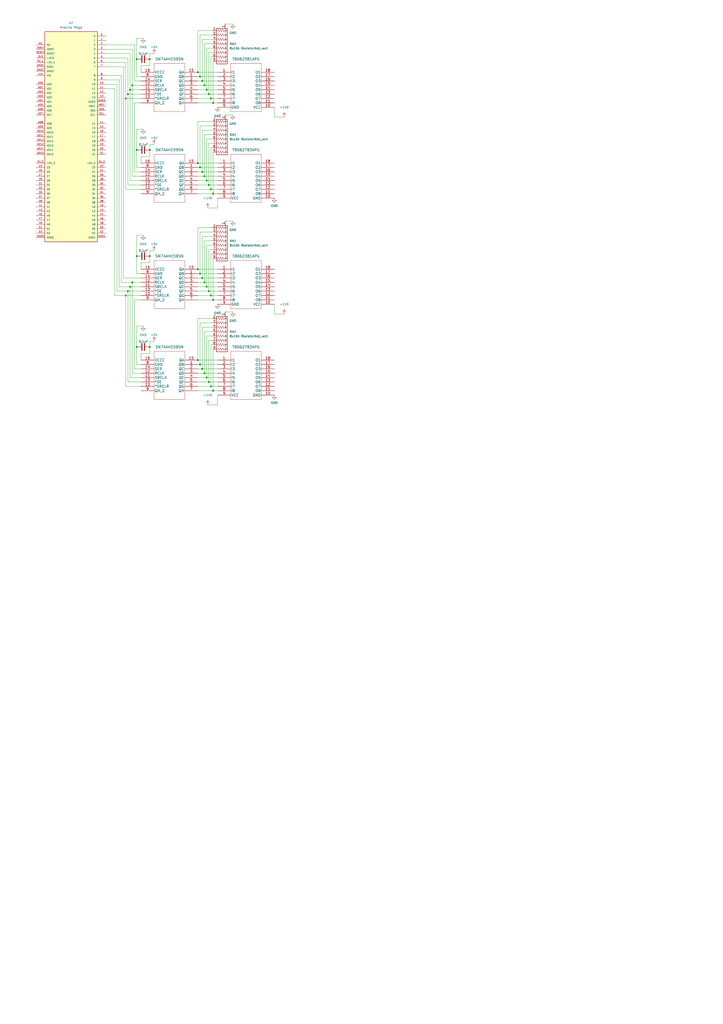
<source format=kicad_sch>
(kicad_sch (version 20211123) (generator eeschema)
  (paper "A2" portrait)
  (lib_symbols
    (symbol "Device:C" (pin_numbers hide) (pin_names (offset 0.254))
      (property "Reference" "C" (at 0.635 2.54 0))
      (property "Value" "C" (at 0.635 -2.54 0))
      (symbol "C_0_1"
        (polyline (pts (xy -2.032 -0.762) (xy 2.032 -0.762)) (stroke (width 0.508)))
        (polyline (pts (xy -2.032 0.762) (xy 2.032 0.762)) (stroke (width 0.508)))
      )
      (symbol "C_1_1"
        (pin passive line (at 0 3.81 270) (length 2.794) (name "~") (number "1"))
        (pin passive line (at 0 -3.81 90) (length 2.794) (name "~") (number "2"))
      )
    )
    (symbol "Luminator:+12V-24V" (power) (pin_names (offset 0))
      (property "Value" "+12V-24V" (at 0 3.556 0))
      (symbol "+12V-24V_0_1"
        (polyline (pts (xy -0.762 1.27) (xy 0 2.54)))
        (polyline (pts (xy 0 0) (xy 0 2.54)))
        (polyline (pts (xy 0 2.54) (xy 0.762 1.27)))
      )
      (symbol "+12V-24V_1_1"
        (pin power_in line (at 0 0 90) (length 0) hide (name "+1V0") (number "1"))
      )
    )
    (symbol "Luminator:8xResistorNet_vert" (pin_names (offset 0) hide)
      (property "Reference" "RN" (at 10.16 0.635 0))
      (property "Value" "8xResistorNet_vert" (at 17.78 -1.905 0))
      (symbol "8xResistorNet_vert_0_1"
        (polyline (pts (xy 6.985 1.27) (xy 7.366 0)))
        (polyline (pts (xy 7.366 0) (xy 7.366 -17.78)))
        (polyline (pts (xy 7.366 -17.78) (xy 6.604 -17.78) (xy 6.2484 -18.542) (xy 5.588 -17.018) (xy 4.9276 -18.542) (xy 4.2418 -17.018) (xy 3.556 -18.542) (xy 2.8956 -17.018) (xy 2.54 -17.78) (xy 1.27 -17.78)))
        (polyline (pts (xy 7.366 -15.24) (xy 6.604 -15.24) (xy 6.2484 -16.002) (xy 5.588 -14.478) (xy 4.9276 -16.002) (xy 4.2418 -14.478) (xy 3.556 -16.002) (xy 2.8956 -14.478) (xy 2.54 -15.24) (xy 1.27 -15.24)))
        (polyline (pts (xy 7.366 -12.7) (xy 6.604 -12.7) (xy 6.2484 -13.462) (xy 5.588 -11.938) (xy 4.9276 -13.462) (xy 4.2418 -11.938) (xy 3.556 -13.462) (xy 2.8956 -11.938) (xy 2.54 -12.7) (xy 1.27 -12.7)))
        (polyline (pts (xy 7.366 -10.16) (xy 6.604 -10.16) (xy 6.2484 -10.922) (xy 5.588 -9.398) (xy 4.9276 -10.922) (xy 4.2418 -9.398) (xy 3.556 -10.922) (xy 2.8956 -9.398) (xy 2.54 -10.16) (xy 1.27 -10.16)))
        (polyline (pts (xy 7.366 -7.62) (xy 6.604 -7.62) (xy 6.2484 -8.382) (xy 5.588 -6.858) (xy 4.9276 -8.382) (xy 4.2418 -6.858) (xy 3.556 -8.382) (xy 2.8956 -6.858) (xy 2.54 -7.62) (xy 1.27 -7.62)))
        (polyline (pts (xy 7.366 -5.08) (xy 6.604 -5.08) (xy 6.2484 -5.842) (xy 5.588 -4.318) (xy 4.9276 -5.842) (xy 4.2418 -4.318) (xy 3.556 -5.842) (xy 2.8956 -4.318) (xy 2.54 -5.08) (xy 1.27 -5.08)))
        (polyline (pts (xy 7.366 -2.54) (xy 6.604 -2.54) (xy 6.2484 -3.302) (xy 5.588 -1.778) (xy 4.9276 -3.302) (xy 4.2418 -1.778) (xy 3.556 -3.302) (xy 2.8956 -1.778) (xy 2.54 -2.54) (xy 1.27 -2.54)))
        (polyline (pts (xy 7.366 0) (xy 6.604 0) (xy 6.2484 -0.762) (xy 5.588 0.762) (xy 4.9276 -0.762) (xy 4.2418 0.762) (xy 3.556 -0.762) (xy 2.8956 0.762) (xy 2.54 0) (xy 1.27 0)))
        (rectangle (start 1.905 1.27) (end 8.255 -19.304) (stroke (width 0.254)))
        (circle (center 7.366 -17.78) (radius 0.254) (fill (type outline)))
        (circle (center 7.366 -15.24) (radius 0.254) (fill (type outline)))
        (circle (center 7.366 -12.7) (radius 0.254) (fill (type outline)))
        (circle (center 7.366 -10.16) (radius 0.254) (fill (type outline)))
        (circle (center 7.366 -7.62) (radius 0.254) (fill (type outline)))
        (circle (center 7.366 -5.08) (radius 0.254) (fill (type outline)))
        (circle (center 7.366 -2.54) (radius 0.254) (fill (type outline)))
        (circle (center 7.366 0) (radius 0.254) (fill (type outline)))
      )
      (symbol "8xResistorNet_vert_1_1"
        (pin passive line (at 6.985 3.81 270) (length 2.54) (name "common") (number "1"))
        (pin passive line (at 0 0 0) (length 1.27) (name "R1") (number "2"))
        (pin passive line (at 0 -2.54 0) (length 1.27) (name "R2") (number "3"))
        (pin passive line (at 0 -5.08 0) (length 1.27) (name "R3") (number "4"))
        (pin passive line (at 0 -7.62 0) (length 1.27) (name "R4") (number "5"))
        (pin passive line (at 0 -10.16 0) (length 1.27) (name "R5") (number "6"))
        (pin passive line (at 0 -12.7 0) (length 1.27) (name "R6") (number "7"))
        (pin passive line (at 0 -15.24 0) (length 1.27) (name "R7") (number "8"))
        (pin passive line (at 0 -17.78 0) (length 1.27) (name "R8") (number "9"))
      )
    )
    (symbol "Luminator:Arduino Mega" (pin_names (offset 1.016))
      (property "Reference" "A" (at -15.24 61.595 0))
      (property "Value" "Arduino Mega" (at -15.24 -63.5 0))
      (symbol "Arduino Mega_0_0"
        (rectangle (start 15.24 -60.96) (end -15.24 60.96) (stroke (width 0.254)) (fill (type background)))
        (pin passive line (at 20.32 58.42 180) (length 5.08) (name "0") (number "0"))
        (pin passive line (at 20.32 55.88 180) (length 5.08) (name "1") (number "1"))
        (pin passive line (at 20.32 30.48 180) (length 5.08) (name "10") (number "10"))
        (pin passive line (at 20.32 27.94 180) (length 5.08) (name "11") (number "11"))
        (pin passive line (at 20.32 25.4 180) (length 5.08) (name "12") (number "12"))
        (pin passive line (at 20.32 22.86 180) (length 5.08) (name "13") (number "13"))
        (pin passive line (at 20.32 7.62 180) (length 5.08) (name "14") (number "14"))
        (pin passive line (at 20.32 5.08 180) (length 5.08) (name "15") (number "15"))
        (pin passive line (at 20.32 2.54 180) (length 5.08) (name "16") (number "16"))
        (pin passive line (at 20.32 0 180) (length 5.08) (name "17") (number "17"))
        (pin passive line (at 20.32 -2.54 180) (length 5.08) (name "18") (number "18"))
        (pin passive line (at 20.32 -5.08 180) (length 5.08) (name "19") (number "19"))
        (pin passive line (at 20.32 53.34 180) (length 5.08) (name "2") (number "2"))
        (pin passive line (at 20.32 -7.62 180) (length 5.08) (name "20") (number "20"))
        (pin passive line (at 20.32 -10.16 180) (length 5.08) (name "21") (number "21"))
        (pin passive line (at 20.32 -17.78 180) (length 5.08) (name "22") (number "22"))
        (pin passive line (at -20.32 -17.78 0) (length 5.08) (name "23") (number "23"))
        (pin passive line (at 20.32 -20.32 180) (length 5.08) (name "24") (number "24"))
        (pin passive line (at -20.32 -20.32 0) (length 5.08) (name "25") (number "25"))
        (pin passive line (at 20.32 -22.86 180) (length 5.08) (name "26") (number "26"))
        (pin passive line (at -20.32 -22.86 0) (length 5.08) (name "27") (number "27"))
        (pin passive line (at 20.32 -25.4 180) (length 5.08) (name "28") (number "28"))
        (pin passive line (at -20.32 -25.4 0) (length 5.08) (name "29") (number "29"))
        (pin passive line (at 20.32 50.8 180) (length 5.08) (name "3") (number "3"))
        (pin passive line (at 20.32 -27.94 180) (length 5.08) (name "30") (number "30"))
        (pin passive line (at -20.32 -27.94 0) (length 5.08) (name "31") (number "31"))
        (pin passive line (at 20.32 -30.48 180) (length 5.08) (name "32") (number "32"))
        (pin passive line (at -20.32 -30.48 0) (length 5.08) (name "33") (number "33"))
        (pin passive line (at 20.32 -33.02 180) (length 5.08) (name "34") (number "34"))
        (pin passive line (at -20.32 -33.02 0) (length 5.08) (name "35") (number "35"))
        (pin passive line (at 20.32 -35.56 180) (length 5.08) (name "36") (number "36"))
        (pin passive line (at -20.32 -35.56 0) (length 5.08) (name "37") (number "37"))
        (pin passive line (at 20.32 -38.1 180) (length 5.08) (name "38") (number "38"))
        (pin passive line (at -20.32 -38.1 0) (length 5.08) (name "39") (number "39"))
        (pin passive line (at -20.32 45.72 0) (length 5.08) (name "+3V3") (number "3V3"))
        (pin passive line (at 20.32 48.26 180) (length 5.08) (name "4") (number "4"))
        (pin passive line (at 20.32 -40.64 180) (length 5.08) (name "40") (number "40"))
        (pin passive line (at -20.32 -40.64 0) (length 5.08) (name "41") (number "41"))
        (pin passive line (at 20.32 -43.18 180) (length 5.08) (name "42") (number "42"))
        (pin passive line (at -20.32 -43.18 0) (length 5.08) (name "43") (number "43"))
        (pin passive line (at 20.32 -45.72 180) (length 5.08) (name "44") (number "44"))
        (pin passive line (at -20.32 -45.72 0) (length 5.08) (name "45") (number "45"))
        (pin passive line (at 20.32 -48.26 180) (length 5.08) (name "46") (number "46"))
        (pin passive line (at -20.32 -48.26 0) (length 5.08) (name "47") (number "47"))
        (pin passive line (at 20.32 -50.8 180) (length 5.08) (name "48") (number "48"))
        (pin passive line (at -20.32 -50.8 0) (length 5.08) (name "49") (number "49"))
        (pin passive line (at 20.32 45.72 180) (length 5.08) (name "5") (number "5"))
        (pin passive line (at 20.32 -53.34 180) (length 5.08) (name "50") (number "50"))
        (pin passive line (at -20.32 -53.34 0) (length 5.08) (name "51") (number "51"))
        (pin passive line (at 20.32 -55.88 180) (length 5.08) (name "52") (number "52"))
        (pin passive line (at -20.32 -55.88 0) (length 5.08) (name "53") (number "53"))
        (pin passive line (at -20.32 43.18 0) (length 5.08) (name "+5V_1") (number "5V_1"))
        (pin passive line (at 20.32 -15.24 180) (length 5.08) (name "+5V_2") (number "5V_2"))
        (pin passive line (at -20.32 -15.24 0) (length 5.08) (name "+5V_3") (number "5V_3"))
        (pin passive line (at 20.32 43.18 180) (length 5.08) (name "6") (number "6"))
        (pin passive line (at 20.32 40.64 180) (length 5.08) (name "7") (number "7"))
        (pin passive line (at 20.32 35.56 180) (length 5.08) (name "8") (number "8"))
        (pin passive line (at 20.32 33.02 180) (length 5.08) (name "9") (number "9"))
        (pin passive line (at -20.32 30.48 0) (length 5.08) (name "AD0") (number "AD0"))
        (pin passive line (at -20.32 27.94 0) (length 5.08) (name "AD1") (number "AD1"))
        (pin passive line (at -20.32 2.54 0) (length 5.08) (name "AD10") (number "AD10"))
        (pin passive line (at -20.32 0 0) (length 5.08) (name "AD11") (number "AD11"))
        (pin passive line (at -20.32 -2.54 0) (length 5.08) (name "AD12") (number "AD12"))
        (pin passive line (at -20.32 -5.08 0) (length 5.08) (name "AD13") (number "AD13"))
        (pin passive line (at -20.32 -7.62 0) (length 5.08) (name "AD14") (number "AD14"))
        (pin passive line (at -20.32 -10.16 0) (length 5.08) (name "AD15") (number "AD15"))
        (pin passive line (at -20.32 25.4 0) (length 5.08) (name "AD2") (number "AD2"))
        (pin passive line (at -20.32 22.86 0) (length 5.08) (name "AD3") (number "AD3"))
        (pin passive line (at -20.32 20.32 0) (length 5.08) (name "AD4") (number "AD4"))
        (pin passive line (at -20.32 17.78 0) (length 5.08) (name "AD5") (number "AD5"))
        (pin passive line (at -20.32 15.24 0) (length 5.08) (name "AD6") (number "AD6"))
        (pin passive line (at -20.32 12.7 0) (length 5.08) (name "AD7") (number "AD7"))
        (pin passive line (at -20.32 7.62 0) (length 5.08) (name "AD8") (number "AD8"))
        (pin passive line (at -20.32 5.08 0) (length 5.08) (name "AD9") (number "AD9"))
        (pin passive line (at 20.32 17.78 180) (length 5.08) (name "AREF") (number "AREF"))
        (pin passive line (at -20.32 40.64 0) (length 5.08) (name "GND1") (number "GND1"))
        (pin passive line (at -20.32 38.1 0) (length 5.08) (name "GND2") (number "GND2"))
        (pin passive line (at 20.32 20.32 180) (length 5.08) (name "GND3") (number "GND3"))
        (pin passive line (at 20.32 -58.42 180) (length 5.08) (name "GND4") (number "GND4"))
        (pin passive line (at -20.32 -58.42 0) (length 5.08) (name "GND5") (number "GND5"))
        (pin passive line (at -20.32 50.8 0) (length 5.08) (name "IOREF") (number "IOREF"))
        (pin passive line (at -20.32 53.34 0) (length 5.08) (name "NC") (number "NC"))
        (pin passive line (at -20.32 48.26 0) (length 5.08) (name "RESET") (number "RESET"))
        (pin passive line (at 20.32 12.7 180) (length 5.08) (name "SCL") (number "SCL"))
        (pin passive line (at 20.32 15.24 180) (length 5.08) (name "SDA") (number "SDA"))
        (pin passive line (at -20.32 35.56 0) (length 5.08) (name "VIN") (number "VIN"))
      )
    )
    (symbol "Luminator:SN74AHC595N" (pin_names (offset 0.254))
      (property "Value" "SN74AHC595N" (at 31.75 2.54 0))
      (symbol "SN74AHC595N_1_1"
        (polyline (pts (xy 22.86 -22.86) (xy 22.86 5.08)) (stroke (width 0.127)))
        (polyline (pts (xy 22.86 5.08) (xy 40.64 5.08)) (stroke (width 0.127)))
        (polyline (pts (xy 40.64 -22.86) (xy 22.86 -22.86)) (stroke (width 0.127)))
        (polyline (pts (xy 40.64 5.08) (xy 40.64 -22.86)) (stroke (width 0.127)))
        (pin output line (at 48.26 -2.54 180) (length 7.62) (name "QB") (number "1"))
        (pin input line (at 15.24 -15.24 0) (length 7.62) (name "*SRCLR") (number "10"))
        (pin input line (at 15.24 -10.16 0) (length 7.62) (name "SRCLK") (number "11"))
        (pin input line (at 15.24 -7.62 0) (length 7.62) (name "RCLK") (number "12"))
        (pin input line (at 15.24 -12.7 0) (length 7.62) (name "*OE") (number "13"))
        (pin input line (at 15.24 -5.08 0) (length 7.62) (name "SER") (number "14"))
        (pin output line (at 48.26 0 180) (length 7.62) (name "QA") (number "15"))
        (pin power_in line (at 15.24 0 0) (length 7.62) (name "VCCC") (number "16"))
        (pin output line (at 48.26 -5.08 180) (length 7.62) (name "QC") (number "2"))
        (pin output line (at 48.26 -7.62 180) (length 7.62) (name "QD") (number "3"))
        (pin output line (at 48.26 -10.16 180) (length 7.62) (name "QE") (number "4"))
        (pin output line (at 48.26 -12.7 180) (length 7.62) (name "QF") (number "5"))
        (pin output line (at 48.26 -15.24 180) (length 7.62) (name "QG") (number "6"))
        (pin output line (at 48.26 -17.78 180) (length 7.62) (name "QH") (number "7"))
        (pin power_in line (at 15.24 -2.54 0) (length 7.62) (name "GND") (number "8"))
        (pin output line (at 15.24 -17.78 0) (length 7.62) (name "QH_2") (number "9"))
      )
    )
    (symbol "Luminator:TBD62381APG" (pin_names (offset 0.254))
      (property "Value" "TBD62381APG" (at 16.51 2.54 0))
      (symbol "TBD62381APG_1_1"
        (polyline (pts (xy 7.62 -22.86) (xy 25.4 -22.86)) (stroke (width 0.127)))
        (polyline (pts (xy 7.62 5.08) (xy 7.62 -22.86)) (stroke (width 0.127)))
        (polyline (pts (xy 25.4 -22.86) (xy 25.4 5.08)) (stroke (width 0.127)))
        (polyline (pts (xy 25.4 5.08) (xy 7.62 5.08)) (stroke (width 0.127)))
        (pin input line (at 0 0 0) (length 7.62) (name "I1") (number "1"))
        (pin power_in line (at 33.02 -20.32 180) (length 7.62) (name "VCC") (number "10"))
        (pin output line (at 33.02 -17.78 180) (length 7.62) (name "O8") (number "11"))
        (pin output line (at 33.02 -15.24 180) (length 7.62) (name "O7") (number "12"))
        (pin output line (at 33.02 -12.7 180) (length 7.62) (name "O6") (number "13"))
        (pin output line (at 33.02 -10.16 180) (length 7.62) (name "O5") (number "14"))
        (pin output line (at 33.02 -7.62 180) (length 7.62) (name "O4") (number "15"))
        (pin output line (at 33.02 -5.08 180) (length 7.62) (name "O3") (number "16"))
        (pin output line (at 33.02 -2.54 180) (length 7.62) (name "O2") (number "17"))
        (pin output line (at 33.02 0 180) (length 7.62) (name "O1") (number "18"))
        (pin input line (at 0 -2.54 0) (length 7.62) (name "I2") (number "2"))
        (pin input line (at 0 -5.08 0) (length 7.62) (name "I3") (number "3"))
        (pin input line (at 0 -7.62 0) (length 7.62) (name "I4") (number "4"))
        (pin input line (at 0 -10.16 0) (length 7.62) (name "I5") (number "5"))
        (pin input line (at 0 -12.7 0) (length 7.62) (name "I6") (number "6"))
        (pin input line (at 0 -15.24 0) (length 7.62) (name "I7") (number "7"))
        (pin input line (at 0 -17.78 0) (length 7.62) (name "I8") (number "8"))
        (pin power_in line (at 0 -20.32 0) (length 7.62) (name "GND") (number "9"))
      )
    )
    (symbol "Luminator:TBD62783APG" (pin_names (offset 0.254))
      (property "Value" "TBD62783APG" (at 16.51 2.54 0))
      (symbol "TBD62783APG_1_1"
        (polyline (pts (xy 7.62 -22.86) (xy 25.4 -22.86)) (stroke (width 0.127)))
        (polyline (pts (xy 7.62 5.08) (xy 7.62 -22.86)) (stroke (width 0.127)))
        (polyline (pts (xy 25.4 -22.86) (xy 25.4 5.08)) (stroke (width 0.127)))
        (polyline (pts (xy 25.4 5.08) (xy 7.62 5.08)) (stroke (width 0.127)))
        (pin input line (at 0 0 0) (length 7.62) (name "I1") (number "1"))
        (pin power_in line (at 33.02 -20.32 180) (length 7.62) (name "GND") (number "10"))
        (pin output line (at 33.02 -17.78 180) (length 7.62) (name "O8") (number "11"))
        (pin output line (at 33.02 -15.24 180) (length 7.62) (name "O7") (number "12"))
        (pin output line (at 33.02 -12.7 180) (length 7.62) (name "O6") (number "13"))
        (pin output line (at 33.02 -10.16 180) (length 7.62) (name "O5") (number "14"))
        (pin output line (at 33.02 -7.62 180) (length 7.62) (name "O4") (number "15"))
        (pin output line (at 33.02 -5.08 180) (length 7.62) (name "O3") (number "16"))
        (pin output line (at 33.02 -2.54 180) (length 7.62) (name "O2") (number "17"))
        (pin output line (at 33.02 0 180) (length 7.62) (name "O1") (number "18"))
        (pin input line (at 0 -2.54 0) (length 7.62) (name "I2") (number "2"))
        (pin input line (at 0 -5.08 0) (length 7.62) (name "I3") (number "3"))
        (pin input line (at 0 -7.62 0) (length 7.62) (name "I4") (number "4"))
        (pin input line (at 0 -10.16 0) (length 7.62) (name "I5") (number "5"))
        (pin input line (at 0 -12.7 0) (length 7.62) (name "I6") (number "6"))
        (pin input line (at 0 -15.24 0) (length 7.62) (name "I7") (number "7"))
        (pin input line (at 0 -17.78 0) (length 7.62) (name "I8") (number "8"))
        (pin power_in line (at 0 -20.32 0) (length 7.62) (name "VCC") (number "9"))
      )
    )
    (symbol "power:+5V" (power) (pin_names (offset 0))
      (property "Value" "+5V" (at 0 3.556 0))
      (symbol "+5V_0_1"
        (polyline (pts (xy -0.762 1.27) (xy 0 2.54)))
        (polyline (pts (xy 0 0) (xy 0 2.54)))
        (polyline (pts (xy 0 2.54) (xy 0.762 1.27)))
      )
      (symbol "+5V_1_1"
        (pin power_in line (at 0 0 90) (length 0) hide (name "+5V") (number "1"))
      )
    )
    (symbol "power:GND" (power) (pin_names (offset 0))
      (property "Value" "GND" (at 0 -3.81 0))
      (symbol "GND_0_1"
        (polyline (pts (xy 0 0) (xy 0 -1.27) (xy 1.27 -1.27) (xy 0 -2.54) (xy -1.27 -1.27) (xy 0 -1.27)))
      )
      (symbol "GND_1_1"
        (pin power_in line (at 0 0 270) (length 0) hide (name "GND") (number "1"))
      )
    )
  )
  (junction (at 114.935 94.615))
  (junction (at 122.555 224.155))
  (junction (at 76.835 49.53))
  (junction (at 122.555 109.855))
  (junction (at 123.825 112.395))
  (junction (at 120.015 166.37))
  (junction (at 79.375 86.995))
  (junction (at 116.205 211.455))
  (junction (at 117.475 213.995))
  (junction (at 120.015 104.775))
  (junction (at 114.935 41.91))
  (junction (at 118.745 216.535))
  (junction (at 118.745 102.235))
  (junction (at 76.835 163.83))
  (junction (at 79.375 34.29))
  (junction (at 75.565 52.07))
  (junction (at 114.935 156.21))
  (junction (at 74.295 54.61))
  (junction (at 114.935 208.915))
  (junction (at 86.995 148.59))
  (junction (at 79.375 148.59))
  (junction (at 86.995 201.295))
  (junction (at 118.745 49.53))
  (junction (at 73.025 57.15))
  (junction (at 73.025 171.45))
  (junction (at 121.285 168.91))
  (junction (at 116.205 44.45))
  (junction (at 122.555 57.15))
  (junction (at 120.015 219.075))
  (junction (at 75.565 166.37))
  (junction (at 116.205 158.75))
  (junction (at 79.375 201.295))
  (junction (at 122.555 171.45))
  (junction (at 117.475 99.695))
  (junction (at 86.995 86.995))
  (junction (at 123.825 59.69))
  (junction (at 123.825 173.99))
  (junction (at 123.825 226.695))
  (junction (at 117.475 46.99))
  (junction (at 120.015 52.07))
  (junction (at 116.205 97.155))
  (junction (at 86.995 34.29))
  (junction (at 121.285 54.61))
  (junction (at 118.745 163.83))
  (junction (at 121.285 221.615))
  (junction (at 121.285 107.315))
  (junction (at 117.475 161.29))
  (junction (at 74.295 168.91))
  (wire (pts (xy 118.745 163.83) (xy 126.365 163.83)))
  (wire (pts (xy 114.935 94.615) (xy 114.935 70.485)))
  (wire (pts (xy 86.995 86.995) (xy 86.995 83.82)))
  (wire (pts (xy 126.365 234.95) (xy 126.365 229.235)))
  (wire (pts (xy 114.935 41.91) (xy 114.935 17.78)))
  (wire (pts (xy 86.995 83.82) (xy 89.535 83.82)))
  (wire (pts (xy 74.295 107.315) (xy 81.915 107.315)))
  (wire (pts (xy 118.745 216.535) (xy 118.745 192.405)))
  (wire (pts (xy 114.935 166.37) (xy 120.015 166.37)))
  (wire (pts (xy 81.915 211.455) (xy 79.375 211.455)))
  (wire (pts (xy 120.015 104.775) (xy 120.015 80.645)))
  (wire (pts (xy 83.185 189.23) (xy 79.375 189.23)))
  (wire (pts (xy 120.015 142.24) (xy 123.825 142.24)))
  (wire (pts (xy 117.475 99.695) (xy 126.365 99.695)))
  (wire (pts (xy 81.915 38.1) (xy 86.995 38.1)))
  (wire (pts (xy 117.475 161.29) (xy 126.365 161.29)))
  (wire (pts (xy 79.375 136.525) (xy 79.375 148.59)))
  (wire (pts (xy 61.595 43.815) (xy 70.485 43.815)))
  (wire (pts (xy 114.935 158.75) (xy 116.205 158.75)))
  (wire (pts (xy 61.595 36.195) (xy 73.025 36.195)))
  (wire (pts (xy 114.935 104.775) (xy 120.015 104.775)))
  (wire (pts (xy 120.015 27.94) (xy 123.825 27.94)))
  (wire (pts (xy 114.935 41.91) (xy 126.365 41.91)))
  (wire (pts (xy 114.935 94.615) (xy 126.365 94.615)))
  (wire (pts (xy 120.65 234.95) (xy 126.365 234.95)))
  (wire (pts (xy 123.825 88.265) (xy 123.825 112.395)))
  (wire (pts (xy 74.295 168.91) (xy 74.295 221.615)))
  (wire (pts (xy 114.935 57.15) (xy 122.555 57.15)))
  (wire (pts (xy 122.555 147.32) (xy 122.555 171.45)))
  (wire (pts (xy 69.215 46.355) (xy 69.215 166.37)))
  (wire (pts (xy 61.595 26.035) (xy 78.105 26.035)))
  (wire (pts (xy 121.285 54.61) (xy 121.285 30.48)))
  (wire (pts (xy 81.915 205.105) (xy 86.995 205.105)))
  (wire (pts (xy 71.755 38.735) (xy 71.755 161.29)))
  (wire (pts (xy 83.185 74.93) (xy 79.375 74.93)))
  (wire (pts (xy 61.595 31.115) (xy 75.565 31.115)))
  (wire (pts (xy 120.015 166.37) (xy 126.365 166.37)))
  (wire (pts (xy 118.745 25.4) (xy 123.825 25.4)))
  (wire (pts (xy 116.205 73.025) (xy 123.825 73.025)))
  (wire (pts (xy 117.475 46.99) (xy 117.475 22.86)))
  (wire (pts (xy 114.935 211.455) (xy 116.205 211.455)))
  (wire (pts (xy 114.935 224.155) (xy 122.555 224.155)))
  (wire (pts (xy 118.745 49.53) (xy 126.365 49.53)))
  (wire (pts (xy 123.825 173.99) (xy 126.365 173.99)))
  (wire (pts (xy 66.675 51.435) (xy 66.675 171.45)))
  (wire (pts (xy 116.205 211.455) (xy 116.205 187.325)))
  (wire (pts (xy 118.745 102.235) (xy 126.365 102.235)))
  (wire (pts (xy 123.825 59.69) (xy 126.365 59.69)))
  (wire (pts (xy 117.475 46.99) (xy 126.365 46.99)))
  (wire (pts (xy 114.935 208.915) (xy 126.365 208.915)))
  (wire (pts (xy 76.835 49.53) (xy 76.835 102.235)))
  (wire (pts (xy 81.915 208.915) (xy 81.915 205.105)))
  (wire (pts (xy 76.835 102.235) (xy 81.915 102.235)))
  (wire (pts (xy 116.205 134.62) (xy 123.825 134.62)))
  (wire (pts (xy 121.285 168.91) (xy 121.285 144.78)))
  (wire (pts (xy 75.565 166.37) (xy 75.565 219.075)))
  (wire (pts (xy 70.485 163.83) (xy 76.835 163.83)))
  (wire (pts (xy 130.81 180.975) (xy 135.255 180.975)))
  (wire (pts (xy 114.935 59.69) (xy 123.825 59.69)))
  (wire (pts (xy 114.935 221.615) (xy 121.285 221.615)))
  (wire (pts (xy 122.555 57.15) (xy 126.365 57.15)))
  (wire (pts (xy 123.825 112.395) (xy 126.365 112.395)))
  (wire (pts (xy 83.185 22.225) (xy 79.375 22.225)))
  (wire (pts (xy 121.285 107.315) (xy 121.285 83.185)))
  (wire (pts (xy 75.565 52.07) (xy 75.565 104.775)))
  (wire (pts (xy 70.485 43.815) (xy 70.485 163.83)))
  (wire (pts (xy 121.285 107.315) (xy 126.365 107.315)))
  (wire (pts (xy 114.935 216.535) (xy 118.745 216.535)))
  (wire (pts (xy 114.935 156.21) (xy 114.935 132.08)))
  (wire (pts (xy 73.025 171.45) (xy 73.025 224.155)))
  (wire (pts (xy 117.475 213.995) (xy 126.365 213.995)))
  (wire (pts (xy 114.935 97.155) (xy 116.205 97.155)))
  (wire (pts (xy 118.745 216.535) (xy 126.365 216.535)))
  (wire (pts (xy 117.475 22.86) (xy 123.825 22.86)))
  (wire (pts (xy 79.375 86.995) (xy 79.375 97.155)))
  (wire (pts (xy 86.995 148.59) (xy 86.995 145.415)))
  (wire (pts (xy 130.81 66.675) (xy 135.255 66.675)))
  (wire (pts (xy 114.935 156.21) (xy 126.365 156.21)))
  (wire (pts (xy 116.205 44.45) (xy 116.205 20.32)))
  (wire (pts (xy 67.945 48.895) (xy 67.945 168.91)))
  (wire (pts (xy 61.595 38.735) (xy 71.755 38.735)))
  (wire (pts (xy 120.015 166.37) (xy 120.015 142.24)))
  (wire (pts (xy 123.825 33.02) (xy 122.555 33.02)))
  (wire (pts (xy 118.745 163.83) (xy 118.745 139.7)))
  (wire (pts (xy 78.105 213.995) (xy 81.915 213.995)))
  (wire (pts (xy 79.375 74.93) (xy 79.375 86.995)))
  (wire (pts (xy 118.745 102.235) (xy 118.745 78.105)))
  (wire (pts (xy 116.205 187.325) (xy 123.825 187.325)))
  (wire (pts (xy 121.285 197.485) (xy 123.825 197.485)))
  (wire (pts (xy 74.295 54.61) (xy 81.915 54.61)))
  (wire (pts (xy 86.995 152.4) (xy 86.995 148.59)))
  (wire (pts (xy 79.375 189.23) (xy 79.375 201.295)))
  (wire (pts (xy 79.375 34.29) (xy 79.375 44.45)))
  (wire (pts (xy 114.935 163.83) (xy 118.745 163.83)))
  (wire (pts (xy 117.475 161.29) (xy 117.475 137.16)))
  (wire (pts (xy 114.935 17.78) (xy 123.825 17.78)))
  (wire (pts (xy 120.015 80.645) (xy 123.825 80.645)))
  (wire (pts (xy 74.295 33.655) (xy 74.295 54.61)))
  (wire (pts (xy 121.285 221.615) (xy 126.365 221.615)))
  (wire (pts (xy 78.105 173.99) (xy 78.105 213.995)))
  (wire (pts (xy 71.755 161.29) (xy 81.915 161.29)))
  (wire (pts (xy 159.385 62.23) (xy 159.385 67.945)))
  (wire (pts (xy 116.205 97.155) (xy 116.205 73.025)))
  (wire (pts (xy 121.285 54.61) (xy 126.365 54.61)))
  (wire (pts (xy 114.935 107.315) (xy 121.285 107.315)))
  (wire (pts (xy 117.475 213.995) (xy 117.475 189.865)))
  (wire (pts (xy 114.935 109.855) (xy 122.555 109.855)))
  (wire (pts (xy 114.935 52.07) (xy 120.015 52.07)))
  (wire (pts (xy 114.935 112.395) (xy 123.825 112.395)))
  (wire (pts (xy 79.375 148.59) (xy 79.375 158.75)))
  (wire (pts (xy 114.935 132.08) (xy 123.825 132.08)))
  (wire (pts (xy 86.995 38.1) (xy 86.995 34.29)))
  (wire (pts (xy 123.825 202.565) (xy 123.825 226.695)))
  (wire (pts (xy 114.935 213.995) (xy 117.475 213.995)))
  (wire (pts (xy 116.205 158.75) (xy 126.365 158.75)))
  (wire (pts (xy 114.935 44.45) (xy 116.205 44.45)))
  (wire (pts (xy 159.385 176.53) (xy 159.385 182.245)))
  (wire (pts (xy 69.215 166.37) (xy 75.565 166.37)))
  (wire (pts (xy 123.825 35.56) (xy 123.825 59.69)))
  (wire (pts (xy 78.105 59.69) (xy 78.105 99.695)))
  (wire (pts (xy 114.935 102.235) (xy 118.745 102.235)))
  (wire (pts (xy 61.595 46.355) (xy 69.215 46.355)))
  (wire (pts (xy 86.995 201.295) (xy 86.995 198.12)))
  (wire (pts (xy 75.565 219.075) (xy 81.915 219.075)))
  (wire (pts (xy 117.475 75.565) (xy 123.825 75.565)))
  (wire (pts (xy 73.025 57.15) (xy 73.025 109.855)))
  (wire (pts (xy 61.595 33.655) (xy 74.295 33.655)))
  (wire (pts (xy 81.915 94.615) (xy 81.915 90.805)))
  (wire (pts (xy 78.105 99.695) (xy 81.915 99.695)))
  (wire (pts (xy 114.935 54.61) (xy 121.285 54.61)))
  (wire (pts (xy 114.935 226.695) (xy 123.825 226.695)))
  (wire (pts (xy 122.555 33.02) (xy 122.555 57.15)))
  (wire (pts (xy 130.81 13.97) (xy 135.255 13.97)))
  (wire (pts (xy 118.745 49.53) (xy 118.745 25.4)))
  (wire (pts (xy 76.835 163.83) (xy 76.835 216.535)))
  (wire (pts (xy 114.935 173.99) (xy 123.825 173.99)))
  (wire (pts (xy 123.825 85.725) (xy 122.555 85.725)))
  (wire (pts (xy 74.295 168.91) (xy 81.915 168.91)))
  (wire (pts (xy 159.385 182.245) (xy 165.1 182.245)))
  (wire (pts (xy 81.915 59.69) (xy 78.105 59.69)))
  (wire (pts (xy 67.945 168.91) (xy 74.295 168.91)))
  (wire (pts (xy 81.915 44.45) (xy 79.375 44.45)))
  (wire (pts (xy 78.105 46.99) (xy 81.915 46.99)))
  (wire (pts (xy 120.015 219.075) (xy 120.015 194.945)))
  (wire (pts (xy 117.475 99.695) (xy 117.475 75.565)))
  (wire (pts (xy 117.475 137.16) (xy 123.825 137.16)))
  (wire (pts (xy 123.825 200.025) (xy 122.555 200.025)))
  (wire (pts (xy 81.915 41.91) (xy 81.915 38.1)))
  (wire (pts (xy 86.995 90.805) (xy 86.995 86.995)))
  (wire (pts (xy 114.935 171.45) (xy 122.555 171.45)))
  (wire (pts (xy 73.025 109.855) (xy 81.915 109.855)))
  (wire (pts (xy 118.745 139.7) (xy 123.825 139.7)))
  (wire (pts (xy 81.915 90.805) (xy 86.995 90.805)))
  (wire (pts (xy 120.015 52.07) (xy 126.365 52.07)))
  (wire (pts (xy 114.935 161.29) (xy 117.475 161.29)))
  (wire (pts (xy 116.205 158.75) (xy 116.205 134.62)))
  (wire (pts (xy 123.825 149.86) (xy 123.825 173.99)))
  (wire (pts (xy 79.375 22.225) (xy 79.375 34.29)))
  (wire (pts (xy 120.015 194.945) (xy 123.825 194.945)))
  (wire (pts (xy 73.025 36.195) (xy 73.025 57.15)))
  (wire (pts (xy 121.285 221.615) (xy 121.285 197.485)))
  (wire (pts (xy 75.565 104.775) (xy 81.915 104.775)))
  (wire (pts (xy 81.915 152.4) (xy 86.995 152.4)))
  (wire (pts (xy 126.365 120.65) (xy 126.365 114.935)))
  (wire (pts (xy 81.915 158.75) (xy 79.375 158.75)))
  (wire (pts (xy 81.915 97.155) (xy 79.375 97.155)))
  (wire (pts (xy 61.595 28.575) (xy 76.835 28.575)))
  (wire (pts (xy 120.015 219.075) (xy 126.365 219.075)))
  (wire (pts (xy 66.675 171.45) (xy 73.025 171.45)))
  (wire (pts (xy 120.015 52.07) (xy 120.015 27.94)))
  (wire (pts (xy 79.375 201.295) (xy 79.375 211.455)))
  (wire (pts (xy 61.595 48.895) (xy 67.945 48.895)))
  (wire (pts (xy 74.295 221.615) (xy 81.915 221.615)))
  (wire (pts (xy 159.385 67.945) (xy 165.1 67.945)))
  (wire (pts (xy 118.745 192.405) (xy 123.825 192.405)))
  (wire (pts (xy 120.65 120.65) (xy 126.365 120.65)))
  (wire (pts (xy 120.015 104.775) (xy 126.365 104.775)))
  (wire (pts (xy 123.825 147.32) (xy 122.555 147.32)))
  (wire (pts (xy 86.995 198.12) (xy 89.535 198.12)))
  (wire (pts (xy 75.565 166.37) (xy 81.915 166.37)))
  (wire (pts (xy 86.995 31.115) (xy 89.535 31.115)))
  (wire (pts (xy 121.285 83.185) (xy 123.825 83.185)))
  (wire (pts (xy 114.935 70.485) (xy 123.825 70.485)))
  (wire (pts (xy 75.565 52.07) (xy 81.915 52.07)))
  (wire (pts (xy 121.285 30.48) (xy 123.825 30.48)))
  (wire (pts (xy 114.935 184.785) (xy 123.825 184.785)))
  (wire (pts (xy 122.555 85.725) (xy 122.555 109.855)))
  (wire (pts (xy 118.745 78.105) (xy 123.825 78.105)))
  (wire (pts (xy 114.935 99.695) (xy 117.475 99.695)))
  (wire (pts (xy 81.915 173.99) (xy 78.105 173.99)))
  (wire (pts (xy 81.915 156.21) (xy 81.915 152.4)))
  (wire (pts (xy 114.935 219.075) (xy 120.015 219.075)))
  (wire (pts (xy 116.205 44.45) (xy 126.365 44.45)))
  (wire (pts (xy 122.555 200.025) (xy 122.555 224.155)))
  (wire (pts (xy 123.825 226.695) (xy 126.365 226.695)))
  (wire (pts (xy 114.935 168.91) (xy 121.285 168.91)))
  (wire (pts (xy 76.835 28.575) (xy 76.835 49.53)))
  (wire (pts (xy 86.995 145.415) (xy 89.535 145.415)))
  (wire (pts (xy 114.935 208.915) (xy 114.935 184.785)))
  (wire (pts (xy 121.285 144.78) (xy 123.825 144.78)))
  (wire (pts (xy 86.995 205.105) (xy 86.995 201.295)))
  (wire (pts (xy 121.285 168.91) (xy 126.365 168.91)))
  (wire (pts (xy 86.995 34.29) (xy 86.995 31.115)))
  (wire (pts (xy 73.025 57.15) (xy 81.915 57.15)))
  (wire (pts (xy 122.555 109.855) (xy 126.365 109.855)))
  (wire (pts (xy 116.205 211.455) (xy 126.365 211.455)))
  (wire (pts (xy 61.595 51.435) (xy 66.675 51.435)))
  (wire (pts (xy 117.475 189.865) (xy 123.825 189.865)))
  (wire (pts (xy 74.295 54.61) (xy 74.295 107.315)))
  (wire (pts (xy 122.555 171.45) (xy 126.365 171.45)))
  (wire (pts (xy 73.025 224.155) (xy 81.915 224.155)))
  (wire (pts (xy 76.835 49.53) (xy 81.915 49.53)))
  (wire (pts (xy 130.81 128.27) (xy 135.255 128.27)))
  (wire (pts (xy 73.025 171.45) (xy 81.915 171.45)))
  (wire (pts (xy 114.935 49.53) (xy 118.745 49.53)))
  (wire (pts (xy 78.105 26.035) (xy 78.105 46.99)))
  (wire (pts (xy 76.835 163.83) (xy 81.915 163.83)))
  (wire (pts (xy 116.205 20.32) (xy 123.825 20.32)))
  (wire (pts (xy 116.205 97.155) (xy 126.365 97.155)))
  (wire (pts (xy 83.185 136.525) (xy 79.375 136.525)))
  (wire (pts (xy 122.555 224.155) (xy 126.365 224.155)))
  (wire (pts (xy 114.935 46.99) (xy 117.475 46.99)))
  (wire (pts (xy 76.835 216.535) (xy 81.915 216.535)))
  (wire (pts (xy 75.565 31.115) (xy 75.565 52.07)))
  (symbol (lib_id "Luminator:TBD62783APG") (at 126.365 94.615 0) (unit 1)
    (property "Reference" "U?" (effects hide))
    (property "Value" "TBD62783APG" (at 142.875 86.995 0) (effects (font (size 1.524 1.524))))
    (property "Footprint" "P-DIP18-300-2p54-001_TOS" (effects hide))
  )
  (symbol (lib_id "Luminator:TBD62381APG") (at 126.365 156.21 0) (unit 1)
    (property "Reference" "U?" (effects hide))
    (property "Value" "TBD62381APG" (at 142.875 148.59 0) (effects (font (size 1.524 1.524))))
    (property "Footprint" "P-DIP18-300-2p54-001_TOS" (effects hide))
  )
  (symbol (lib_id "Luminator:SN74AHC595N") (at 66.675 94.615 0) (unit 1)
    (property "Reference" "U?" (effects hide))
    (property "Value" "SN74AHC595N" (at 98.425 86.995 0) (effects (font (size 1.524 1.524))))
    (property "Footprint" "N16" (effects hide))
  )
  (symbol (lib_id "Device:C") (at 83.185 34.29 90) (unit 1)
    (property "Reference" "C?" (effects hide))
    (property "Value" "0.1uF" (at 80.645 31.115 90) (effects (justify right)))
  )
  (symbol (lib_id "Luminator:8xResistorNet_vert") (at 123.825 132.08 0) (unit 1)
    (property "Reference" "RN?" (at 133.35 139.8269 0) (effects (justify left)))
    (property "Value" "8x10k ResistorNet_vert" (at 133.35 142.3669 0) (effects (justify left)))
    (property "Footprint" "Resistor_THT:R_Array_SIP10" (effects hide))
    (property "Datasheet" "http://www.vishay.com/docs/31509/csc.pdf" (effects hide))
  )
  (symbol (lib_id "power:GND") (at 135.255 128.27 0) (unit 1)
    (property "Reference" "#PWR?" (effects hide))
    (property "Value" "GND" (at 135.255 133.35 0))
  )
  (symbol (lib_id "power:GND") (at 83.185 22.225 0) (unit 1)
    (property "Reference" "#PWR?" (effects hide))
    (property "Value" "GND" (at 83.185 27.305 0))
  )
  (symbol (lib_id "Luminator:8xResistorNet_vert") (at 123.825 70.485 0) (unit 1)
    (property "Reference" "RN?" (at 133.35 78.2319 0) (effects (justify left)))
    (property "Value" "8x10k ResistorNet_vert" (at 133.35 80.7719 0) (effects (justify left)))
    (property "Footprint" "Resistor_THT:R_Array_SIP10" (effects hide))
    (property "Datasheet" "http://www.vishay.com/docs/31509/csc.pdf" (effects hide))
  )
  (symbol (lib_id "Luminator:8xResistorNet_vert") (at 123.825 17.78 0) (unit 1)
    (property "Reference" "RN?" (at 133.35 25.5269 0) (effects (justify left)))
    (property "Value" "8x10k ResistorNet_vert" (at 133.35 28.0669 0) (effects (justify left)))
    (property "Footprint" "Resistor_THT:R_Array_SIP10" (effects hide))
    (property "Datasheet" "http://www.vishay.com/docs/31509/csc.pdf" (effects hide))
  )
  (symbol (lib_id "power:GND") (at 126.365 62.23 0) (unit 1)
    (property "Reference" "#PWR?" (effects hide))
    (property "Value" "GND" (at 126.365 67.31 0))
  )
  (symbol (lib_id "Luminator:Arduino Mega") (at 41.275 79.375 0) (unit 1)
    (property "Reference" "A?" (at 41.275 13.335 0))
    (property "Value" "Arduino Mega" (at 41.275 15.875 0))
    (property "Footprint" "ARDUINO_A000067" (effects hide))
    (property "AVAILABILITY" "Unavailable" (effects hide))
    (property "MP" "ARDUINO MEGA2560 REV3 - RETAIL" (effects hide))
    (property "MF" "Arduino" (effects hide))
    (property "DESCRIPTION" "Dev.kit: Arduino; SPI, TWI, UART; ICSP, USB B, pin strips, supply" (effects hide))
    (property "PACKAGE" "None" (effects hide))
    (property "PRICE" "None" (effects hide))
  )
  (symbol (lib_id "power:+5V") (at 89.535 31.115 0) (unit 1)
    (property "Reference" "#PWR?" (effects hide))
    (property "Value" "+5V" (at 89.535 27.305 0))
  )
  (symbol (lib_id "Luminator:+12V-24V") (at 120.65 120.65 0) (unit 1)
    (property "Reference" "#PWR?" (effects hide))
    (property "Value" "+12V-24V" (at 120.65 114.935 0))
  )
  (symbol (lib_id "Luminator:+12V-24V") (at 120.65 234.95 0) (unit 1)
    (property "Reference" "#PWR?" (effects hide))
    (property "Value" "+12V-24V" (at 120.65 229.235 0))
  )
  (symbol (lib_id "power:GND") (at 159.385 229.235 0) (unit 1)
    (property "Reference" "#PWR?" (effects hide))
    (property "Value" "GND" (at 159.385 233.68 0))
  )
  (symbol (lib_id "Device:C") (at 83.185 201.295 90) (unit 1)
    (property "Reference" "C?" (effects hide))
    (property "Value" "0.1uF" (at 80.645 198.12 90) (effects (justify right)))
  )
  (symbol (lib_id "power:GND") (at 126.365 176.53 0) (unit 1)
    (property "Reference" "#PWR?" (effects hide))
    (property "Value" "GND" (at 126.365 181.61 0))
  )
  (symbol (lib_id "power:+5V") (at 89.535 145.415 0) (unit 1)
    (property "Reference" "#PWR?" (effects hide))
    (property "Value" "+5V" (at 89.535 141.605 0))
  )
  (symbol (lib_id "Luminator:+12V-24V") (at 165.1 67.945 0) (unit 1)
    (property "Reference" "#PWR?" (effects hide))
    (property "Value" "+12V-24V" (at 165.1 62.23 0))
  )
  (symbol (lib_id "power:+5V") (at 89.535 83.82 0) (unit 1)
    (property "Reference" "#PWR?" (effects hide))
    (property "Value" "+5V" (at 89.535 80.01 0))
  )
  (symbol (lib_id "power:GND") (at 159.385 114.935 0) (unit 1)
    (property "Reference" "#PWR?" (effects hide))
    (property "Value" "GND" (at 159.385 119.38 0))
  )
  (symbol (lib_id "power:GND") (at 135.255 180.975 0) (unit 1)
    (property "Reference" "#PWR?" (effects hide))
    (property "Value" "GND" (at 135.255 186.055 0))
  )
  (symbol (lib_id "power:GND") (at 83.185 136.525 0) (unit 1)
    (property "Reference" "#PWR?" (effects hide))
    (property "Value" "GND" (at 83.185 141.605 0))
  )
  (symbol (lib_id "Luminator:SN74AHC595N") (at 66.675 208.915 0) (unit 1)
    (property "Reference" "U?" (effects hide))
    (property "Value" "SN74AHC595N" (at 98.425 201.295 0) (effects (font (size 1.524 1.524))))
    (property "Footprint" "N16" (effects hide))
  )
  (symbol (lib_id "power:+5V") (at 89.535 198.12 0) (unit 1)
    (property "Reference" "#PWR?" (effects hide))
    (property "Value" "+5V" (at 89.535 194.31 0))
  )
  (symbol (lib_id "power:GND") (at 135.255 66.675 0) (unit 1)
    (property "Reference" "#PWR?" (effects hide))
    (property "Value" "GND" (at 135.255 71.755 0))
  )
  (symbol (lib_id "power:GND") (at 83.185 189.23 0) (unit 1)
    (property "Reference" "#PWR?" (effects hide))
    (property "Value" "GND" (at 83.185 194.31 0))
  )
  (symbol (lib_id "Device:C") (at 83.185 148.59 90) (unit 1)
    (property "Reference" "C?" (effects hide))
    (property "Value" "0.1uF" (at 80.645 145.415 90) (effects (justify right)))
  )
  (symbol (lib_id "Luminator:8xResistorNet_vert") (at 123.825 184.785 0) (unit 1)
    (property "Reference" "RN?" (at 133.35 192.5319 0) (effects (justify left)))
    (property "Value" "8x10k ResistorNet_vert" (at 133.35 195.0719 0) (effects (justify left)))
    (property "Footprint" "Resistor_THT:R_Array_SIP10" (effects hide))
    (property "Datasheet" "http://www.vishay.com/docs/31509/csc.pdf" (effects hide))
  )
  (symbol (lib_id "Luminator:+12V-24V") (at 165.1 182.245 0) (unit 1)
    (property "Reference" "#PWR?" (effects hide))
    (property "Value" "+12V-24V" (at 165.1 176.53 0))
  )
  (symbol (lib_id "power:GND") (at 135.255 13.97 0) (unit 1)
    (property "Reference" "#PWR?" (effects hide))
    (property "Value" "GND" (at 135.255 19.05 0))
  )
  (symbol (lib_id "Luminator:TBD62381APG") (at 126.365 41.91 0) (unit 1)
    (property "Reference" "U?" (effects hide))
    (property "Value" "TBD62381APG" (at 142.875 34.29 0) (effects (font (size 1.524 1.524))))
    (property "Footprint" "P-DIP18-300-2p54-001_TOS" (effects hide))
  )
  (symbol (lib_id "Luminator:SN74AHC595N") (at 66.675 156.21 0) (unit 1)
    (property "Reference" "U?" (effects hide))
    (property "Value" "SN74AHC595N" (at 98.425 148.59 0) (effects (font (size 1.524 1.524))))
    (property "Footprint" "N16" (effects hide))
  )
  (symbol (lib_id "Device:C") (at 83.185 86.995 90) (unit 1)
    (property "Reference" "C?" (effects hide))
    (property "Value" "0.1uF" (at 80.645 83.82 90) (effects (justify right)))
  )
  (symbol (lib_id "Luminator:SN74AHC595N") (at 66.675 41.91 0) (unit 1)
    (property "Reference" "U?" (effects hide))
    (property "Value" "SN74AHC595N" (at 98.425 34.29 0) (effects (font (size 1.524 1.524))))
    (property "Footprint" "N16" (effects hide))
  )
  (symbol (lib_id "Luminator:TBD62783APG") (at 126.365 208.915 0) (unit 1)
    (property "Reference" "U?" (effects hide))
    (property "Value" "TBD62783APG" (at 142.875 201.295 0) (effects (font (size 1.524 1.524))))
    (property "Footprint" "P-DIP18-300-2p54-001_TOS" (effects hide))
  )
  (symbol (lib_id "power:GND") (at 83.185 74.93 0) (unit 1)
    (property "Reference" "#PWR?" (effects hide))
    (property "Value" "GND" (at 83.185 80.01 0))
  )
)
</source>
